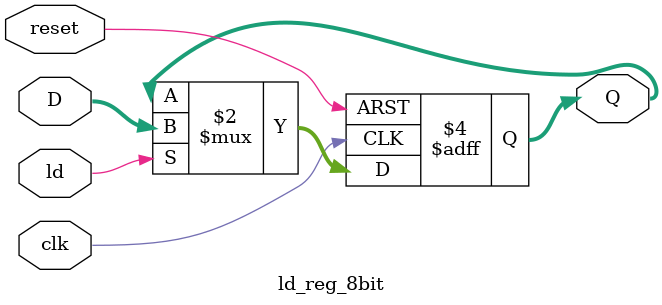
<source format=v>
`timescale 1ns / 1ps
/*********************************************************
 * File Name: ld_reg_8bit.v
 * Project: UART
 * Designer: Michael Diep
 * Email: michaelkhangdiep@gmail.com
 * Rev. Date: February 28, 2018
 *
 * Purpose: This module is a simple 8-bit loadable register
 *          On the active edge of the clock, if ld is high
 *          Q gets D, else Q keeps its value.
 *
 * Notes: 
 *********************************************************/
module ld_reg_8bit(clk, reset, ld, D, Q);

   input            clk, reset, ld;
   input      [7:0] D;
   
   output reg [7:0] Q;
   
   
   always @(posedge clk, posedge reset)
      if (reset)
         Q <= 8'b0; else
      if (ld)
         Q <= D;
      
endmodule

</source>
